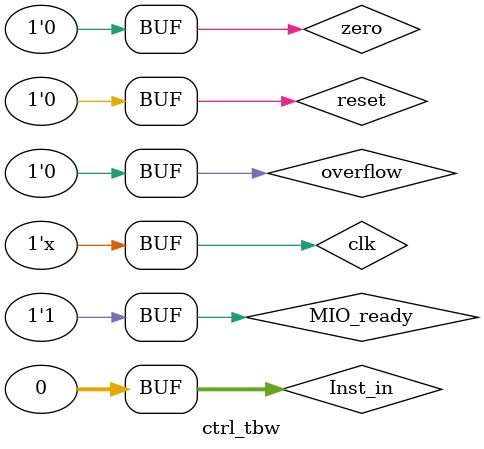
<source format=v>
`timescale 1ns / 1ps


module ctrl_tbw;

	// Inputs
	reg clk;
	reg reset;
	reg [31:0] Inst_in;
	reg zero;
	reg overflow;
	reg MIO_ready;

	// Outputs
	wire MemRead;
	wire MemWrite;
	wire [2:0] ALU_operation;
	wire [4:0] state_out;
	wire CPU_MIO;
	wire IorD;
	wire IRWrite;
	wire [1:0] RegDst;
	wire RegWrite;
	wire [1:0] MemtoReg;
	wire ALUSrcA;
	wire [1:0] ALUSrcB;
	wire [1:0] PCSource;
	wire PCWrite;
	wire PCWriteCond;
	wire Beq;

	// Instantiate the Unit Under Test (UUT)
	ctrl uut (
		.clk(clk), 
		.reset(reset), 
		.Inst_in(Inst_in), 
		.zero(zero), 
		.overflow(overflow), 
		.MIO_ready(MIO_ready), 
		.MemRead(MemRead), 
		.MemWrite(MemWrite), 
		.ALU_operation(ALU_operation), 
		.state_out(state_out), 
		.CPU_MIO(CPU_MIO), 
		.IorD(IorD), 
		.IRWrite(IRWrite), 
		.RegDst(RegDst), 
		.RegWrite(RegWrite), 
		.MemtoReg(MemtoReg), 
		.ALUSrcA(ALUSrcA), 
		.ALUSrcB(ALUSrcB), 
		.PCSource(PCSource), 
		.PCWrite(PCWrite), 
		.PCWriteCond(PCWriteCond), 
		.Beq(Beq)
	);

	initial begin
		// Initialize Inputs
		clk = 0;
		reset = 0;
		Inst_in = 0;
		zero = 0;
		overflow = 0;
		MIO_ready = 0;

		// Wait 100 ns for global reset to finish
		#80;
		reset = 1;
      
		#20;
		// Add stimulus here
		reset = 0;
		Inst_in = 32'h8c010014;
		MIO_ready = 1;
		
		#100;
		Inst_in = 32'h800221820;
		#80;
		Inst_in = 0;
	end
   
	always begin
		clk = ~clk;
		#10;
	end
	
endmodule


</source>
